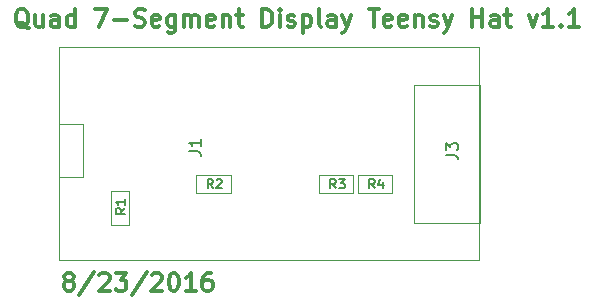
<source format=gbr>
G04 #@! TF.FileFunction,Other,Fab,Top*
%FSLAX46Y46*%
G04 Gerber Fmt 4.6, Leading zero omitted, Abs format (unit mm)*
G04 Created by KiCad (PCBNEW 4.0.3+e1-6302~38~ubuntu14.04.1-stable) date Mon Aug 29 18:07:44 2016*
%MOMM*%
%LPD*%
G01*
G04 APERTURE LIST*
%ADD10C,0.100000*%
%ADD11C,0.300000*%
%ADD12C,0.050000*%
%ADD13C,0.150000*%
G04 APERTURE END LIST*
D10*
D11*
X118460002Y-94055429D02*
X118317144Y-93984000D01*
X118245716Y-93912571D01*
X118174287Y-93769714D01*
X118174287Y-93698286D01*
X118245716Y-93555429D01*
X118317144Y-93484000D01*
X118460002Y-93412571D01*
X118745716Y-93412571D01*
X118888573Y-93484000D01*
X118960002Y-93555429D01*
X119031430Y-93698286D01*
X119031430Y-93769714D01*
X118960002Y-93912571D01*
X118888573Y-93984000D01*
X118745716Y-94055429D01*
X118460002Y-94055429D01*
X118317144Y-94126857D01*
X118245716Y-94198286D01*
X118174287Y-94341143D01*
X118174287Y-94626857D01*
X118245716Y-94769714D01*
X118317144Y-94841143D01*
X118460002Y-94912571D01*
X118745716Y-94912571D01*
X118888573Y-94841143D01*
X118960002Y-94769714D01*
X119031430Y-94626857D01*
X119031430Y-94341143D01*
X118960002Y-94198286D01*
X118888573Y-94126857D01*
X118745716Y-94055429D01*
X120745715Y-93341143D02*
X119460001Y-95269714D01*
X121174287Y-93555429D02*
X121245716Y-93484000D01*
X121388573Y-93412571D01*
X121745716Y-93412571D01*
X121888573Y-93484000D01*
X121960002Y-93555429D01*
X122031430Y-93698286D01*
X122031430Y-93841143D01*
X121960002Y-94055429D01*
X121102859Y-94912571D01*
X122031430Y-94912571D01*
X122531430Y-93412571D02*
X123460001Y-93412571D01*
X122960001Y-93984000D01*
X123174287Y-93984000D01*
X123317144Y-94055429D01*
X123388573Y-94126857D01*
X123460001Y-94269714D01*
X123460001Y-94626857D01*
X123388573Y-94769714D01*
X123317144Y-94841143D01*
X123174287Y-94912571D01*
X122745715Y-94912571D01*
X122602858Y-94841143D01*
X122531430Y-94769714D01*
X125174286Y-93341143D02*
X123888572Y-95269714D01*
X125602858Y-93555429D02*
X125674287Y-93484000D01*
X125817144Y-93412571D01*
X126174287Y-93412571D01*
X126317144Y-93484000D01*
X126388573Y-93555429D01*
X126460001Y-93698286D01*
X126460001Y-93841143D01*
X126388573Y-94055429D01*
X125531430Y-94912571D01*
X126460001Y-94912571D01*
X127388572Y-93412571D02*
X127531429Y-93412571D01*
X127674286Y-93484000D01*
X127745715Y-93555429D01*
X127817144Y-93698286D01*
X127888572Y-93984000D01*
X127888572Y-94341143D01*
X127817144Y-94626857D01*
X127745715Y-94769714D01*
X127674286Y-94841143D01*
X127531429Y-94912571D01*
X127388572Y-94912571D01*
X127245715Y-94841143D01*
X127174286Y-94769714D01*
X127102858Y-94626857D01*
X127031429Y-94341143D01*
X127031429Y-93984000D01*
X127102858Y-93698286D01*
X127174286Y-93555429D01*
X127245715Y-93484000D01*
X127388572Y-93412571D01*
X129317143Y-94912571D02*
X128460000Y-94912571D01*
X128888572Y-94912571D02*
X128888572Y-93412571D01*
X128745715Y-93626857D01*
X128602857Y-93769714D01*
X128460000Y-93841143D01*
X130602857Y-93412571D02*
X130317143Y-93412571D01*
X130174286Y-93484000D01*
X130102857Y-93555429D01*
X129960000Y-93769714D01*
X129888571Y-94055429D01*
X129888571Y-94626857D01*
X129960000Y-94769714D01*
X130031428Y-94841143D01*
X130174286Y-94912571D01*
X130460000Y-94912571D01*
X130602857Y-94841143D01*
X130674286Y-94769714D01*
X130745714Y-94626857D01*
X130745714Y-94269714D01*
X130674286Y-94126857D01*
X130602857Y-94055429D01*
X130460000Y-93984000D01*
X130174286Y-93984000D01*
X130031428Y-94055429D01*
X129960000Y-94126857D01*
X129888571Y-94269714D01*
X115172001Y-72703429D02*
X115029144Y-72632000D01*
X114886287Y-72489143D01*
X114672001Y-72274857D01*
X114529144Y-72203429D01*
X114386287Y-72203429D01*
X114457715Y-72560571D02*
X114314858Y-72489143D01*
X114172001Y-72346286D01*
X114100572Y-72060571D01*
X114100572Y-71560571D01*
X114172001Y-71274857D01*
X114314858Y-71132000D01*
X114457715Y-71060571D01*
X114743429Y-71060571D01*
X114886287Y-71132000D01*
X115029144Y-71274857D01*
X115100572Y-71560571D01*
X115100572Y-72060571D01*
X115029144Y-72346286D01*
X114886287Y-72489143D01*
X114743429Y-72560571D01*
X114457715Y-72560571D01*
X116386287Y-71560571D02*
X116386287Y-72560571D01*
X115743430Y-71560571D02*
X115743430Y-72346286D01*
X115814858Y-72489143D01*
X115957716Y-72560571D01*
X116172001Y-72560571D01*
X116314858Y-72489143D01*
X116386287Y-72417714D01*
X117743430Y-72560571D02*
X117743430Y-71774857D01*
X117672001Y-71632000D01*
X117529144Y-71560571D01*
X117243430Y-71560571D01*
X117100573Y-71632000D01*
X117743430Y-72489143D02*
X117600573Y-72560571D01*
X117243430Y-72560571D01*
X117100573Y-72489143D01*
X117029144Y-72346286D01*
X117029144Y-72203429D01*
X117100573Y-72060571D01*
X117243430Y-71989143D01*
X117600573Y-71989143D01*
X117743430Y-71917714D01*
X119100573Y-72560571D02*
X119100573Y-71060571D01*
X119100573Y-72489143D02*
X118957716Y-72560571D01*
X118672002Y-72560571D01*
X118529144Y-72489143D01*
X118457716Y-72417714D01*
X118386287Y-72274857D01*
X118386287Y-71846286D01*
X118457716Y-71703429D01*
X118529144Y-71632000D01*
X118672002Y-71560571D01*
X118957716Y-71560571D01*
X119100573Y-71632000D01*
X120814859Y-71060571D02*
X121814859Y-71060571D01*
X121172002Y-72560571D01*
X122386287Y-71989143D02*
X123529144Y-71989143D01*
X124172001Y-72489143D02*
X124386287Y-72560571D01*
X124743430Y-72560571D01*
X124886287Y-72489143D01*
X124957716Y-72417714D01*
X125029144Y-72274857D01*
X125029144Y-72132000D01*
X124957716Y-71989143D01*
X124886287Y-71917714D01*
X124743430Y-71846286D01*
X124457716Y-71774857D01*
X124314858Y-71703429D01*
X124243430Y-71632000D01*
X124172001Y-71489143D01*
X124172001Y-71346286D01*
X124243430Y-71203429D01*
X124314858Y-71132000D01*
X124457716Y-71060571D01*
X124814858Y-71060571D01*
X125029144Y-71132000D01*
X126243429Y-72489143D02*
X126100572Y-72560571D01*
X125814858Y-72560571D01*
X125672001Y-72489143D01*
X125600572Y-72346286D01*
X125600572Y-71774857D01*
X125672001Y-71632000D01*
X125814858Y-71560571D01*
X126100572Y-71560571D01*
X126243429Y-71632000D01*
X126314858Y-71774857D01*
X126314858Y-71917714D01*
X125600572Y-72060571D01*
X127600572Y-71560571D02*
X127600572Y-72774857D01*
X127529143Y-72917714D01*
X127457715Y-72989143D01*
X127314858Y-73060571D01*
X127100572Y-73060571D01*
X126957715Y-72989143D01*
X127600572Y-72489143D02*
X127457715Y-72560571D01*
X127172001Y-72560571D01*
X127029143Y-72489143D01*
X126957715Y-72417714D01*
X126886286Y-72274857D01*
X126886286Y-71846286D01*
X126957715Y-71703429D01*
X127029143Y-71632000D01*
X127172001Y-71560571D01*
X127457715Y-71560571D01*
X127600572Y-71632000D01*
X128314858Y-72560571D02*
X128314858Y-71560571D01*
X128314858Y-71703429D02*
X128386286Y-71632000D01*
X128529144Y-71560571D01*
X128743429Y-71560571D01*
X128886286Y-71632000D01*
X128957715Y-71774857D01*
X128957715Y-72560571D01*
X128957715Y-71774857D02*
X129029144Y-71632000D01*
X129172001Y-71560571D01*
X129386286Y-71560571D01*
X129529144Y-71632000D01*
X129600572Y-71774857D01*
X129600572Y-72560571D01*
X130886286Y-72489143D02*
X130743429Y-72560571D01*
X130457715Y-72560571D01*
X130314858Y-72489143D01*
X130243429Y-72346286D01*
X130243429Y-71774857D01*
X130314858Y-71632000D01*
X130457715Y-71560571D01*
X130743429Y-71560571D01*
X130886286Y-71632000D01*
X130957715Y-71774857D01*
X130957715Y-71917714D01*
X130243429Y-72060571D01*
X131600572Y-71560571D02*
X131600572Y-72560571D01*
X131600572Y-71703429D02*
X131672000Y-71632000D01*
X131814858Y-71560571D01*
X132029143Y-71560571D01*
X132172000Y-71632000D01*
X132243429Y-71774857D01*
X132243429Y-72560571D01*
X132743429Y-71560571D02*
X133314858Y-71560571D01*
X132957715Y-71060571D02*
X132957715Y-72346286D01*
X133029143Y-72489143D01*
X133172001Y-72560571D01*
X133314858Y-72560571D01*
X134957715Y-72560571D02*
X134957715Y-71060571D01*
X135314858Y-71060571D01*
X135529143Y-71132000D01*
X135672001Y-71274857D01*
X135743429Y-71417714D01*
X135814858Y-71703429D01*
X135814858Y-71917714D01*
X135743429Y-72203429D01*
X135672001Y-72346286D01*
X135529143Y-72489143D01*
X135314858Y-72560571D01*
X134957715Y-72560571D01*
X136457715Y-72560571D02*
X136457715Y-71560571D01*
X136457715Y-71060571D02*
X136386286Y-71132000D01*
X136457715Y-71203429D01*
X136529143Y-71132000D01*
X136457715Y-71060571D01*
X136457715Y-71203429D01*
X137100572Y-72489143D02*
X137243429Y-72560571D01*
X137529144Y-72560571D01*
X137672001Y-72489143D01*
X137743429Y-72346286D01*
X137743429Y-72274857D01*
X137672001Y-72132000D01*
X137529144Y-72060571D01*
X137314858Y-72060571D01*
X137172001Y-71989143D01*
X137100572Y-71846286D01*
X137100572Y-71774857D01*
X137172001Y-71632000D01*
X137314858Y-71560571D01*
X137529144Y-71560571D01*
X137672001Y-71632000D01*
X138386287Y-71560571D02*
X138386287Y-73060571D01*
X138386287Y-71632000D02*
X138529144Y-71560571D01*
X138814858Y-71560571D01*
X138957715Y-71632000D01*
X139029144Y-71703429D01*
X139100573Y-71846286D01*
X139100573Y-72274857D01*
X139029144Y-72417714D01*
X138957715Y-72489143D01*
X138814858Y-72560571D01*
X138529144Y-72560571D01*
X138386287Y-72489143D01*
X139957716Y-72560571D02*
X139814858Y-72489143D01*
X139743430Y-72346286D01*
X139743430Y-71060571D01*
X141172001Y-72560571D02*
X141172001Y-71774857D01*
X141100572Y-71632000D01*
X140957715Y-71560571D01*
X140672001Y-71560571D01*
X140529144Y-71632000D01*
X141172001Y-72489143D02*
X141029144Y-72560571D01*
X140672001Y-72560571D01*
X140529144Y-72489143D01*
X140457715Y-72346286D01*
X140457715Y-72203429D01*
X140529144Y-72060571D01*
X140672001Y-71989143D01*
X141029144Y-71989143D01*
X141172001Y-71917714D01*
X141743430Y-71560571D02*
X142100573Y-72560571D01*
X142457715Y-71560571D02*
X142100573Y-72560571D01*
X141957715Y-72917714D01*
X141886287Y-72989143D01*
X141743430Y-73060571D01*
X143957715Y-71060571D02*
X144814858Y-71060571D01*
X144386287Y-72560571D02*
X144386287Y-71060571D01*
X145886286Y-72489143D02*
X145743429Y-72560571D01*
X145457715Y-72560571D01*
X145314858Y-72489143D01*
X145243429Y-72346286D01*
X145243429Y-71774857D01*
X145314858Y-71632000D01*
X145457715Y-71560571D01*
X145743429Y-71560571D01*
X145886286Y-71632000D01*
X145957715Y-71774857D01*
X145957715Y-71917714D01*
X145243429Y-72060571D01*
X147172000Y-72489143D02*
X147029143Y-72560571D01*
X146743429Y-72560571D01*
X146600572Y-72489143D01*
X146529143Y-72346286D01*
X146529143Y-71774857D01*
X146600572Y-71632000D01*
X146743429Y-71560571D01*
X147029143Y-71560571D01*
X147172000Y-71632000D01*
X147243429Y-71774857D01*
X147243429Y-71917714D01*
X146529143Y-72060571D01*
X147886286Y-71560571D02*
X147886286Y-72560571D01*
X147886286Y-71703429D02*
X147957714Y-71632000D01*
X148100572Y-71560571D01*
X148314857Y-71560571D01*
X148457714Y-71632000D01*
X148529143Y-71774857D01*
X148529143Y-72560571D01*
X149172000Y-72489143D02*
X149314857Y-72560571D01*
X149600572Y-72560571D01*
X149743429Y-72489143D01*
X149814857Y-72346286D01*
X149814857Y-72274857D01*
X149743429Y-72132000D01*
X149600572Y-72060571D01*
X149386286Y-72060571D01*
X149243429Y-71989143D01*
X149172000Y-71846286D01*
X149172000Y-71774857D01*
X149243429Y-71632000D01*
X149386286Y-71560571D01*
X149600572Y-71560571D01*
X149743429Y-71632000D01*
X150314858Y-71560571D02*
X150672001Y-72560571D01*
X151029143Y-71560571D02*
X150672001Y-72560571D01*
X150529143Y-72917714D01*
X150457715Y-72989143D01*
X150314858Y-73060571D01*
X152743429Y-72560571D02*
X152743429Y-71060571D01*
X152743429Y-71774857D02*
X153600572Y-71774857D01*
X153600572Y-72560571D02*
X153600572Y-71060571D01*
X154957715Y-72560571D02*
X154957715Y-71774857D01*
X154886286Y-71632000D01*
X154743429Y-71560571D01*
X154457715Y-71560571D01*
X154314858Y-71632000D01*
X154957715Y-72489143D02*
X154814858Y-72560571D01*
X154457715Y-72560571D01*
X154314858Y-72489143D01*
X154243429Y-72346286D01*
X154243429Y-72203429D01*
X154314858Y-72060571D01*
X154457715Y-71989143D01*
X154814858Y-71989143D01*
X154957715Y-71917714D01*
X155457715Y-71560571D02*
X156029144Y-71560571D01*
X155672001Y-71060571D02*
X155672001Y-72346286D01*
X155743429Y-72489143D01*
X155886287Y-72560571D01*
X156029144Y-72560571D01*
X157529144Y-71560571D02*
X157886287Y-72560571D01*
X158243429Y-71560571D01*
X159600572Y-72560571D02*
X158743429Y-72560571D01*
X159172001Y-72560571D02*
X159172001Y-71060571D01*
X159029144Y-71274857D01*
X158886286Y-71417714D01*
X158743429Y-71489143D01*
X160243429Y-72417714D02*
X160314857Y-72489143D01*
X160243429Y-72560571D01*
X160172000Y-72489143D01*
X160243429Y-72417714D01*
X160243429Y-72560571D01*
X161743429Y-72560571D02*
X160886286Y-72560571D01*
X161314858Y-72560571D02*
X161314858Y-71060571D01*
X161172001Y-71274857D01*
X161029143Y-71417714D01*
X160886286Y-71489143D01*
D12*
X119786000Y-80772000D02*
X117786000Y-80772000D01*
X119786000Y-85272000D02*
X119786000Y-80772000D01*
X117786000Y-85272000D02*
X119786000Y-85272000D01*
X153286000Y-92272000D02*
X153286000Y-74272000D01*
X117786000Y-92272000D02*
X153286000Y-92272000D01*
X117786000Y-74272000D02*
X117786000Y-92272000D01*
X153286000Y-74272000D02*
X117786000Y-74272000D01*
X153396000Y-89179400D02*
X153396000Y-77495400D01*
X147833400Y-89179400D02*
X153396000Y-89179400D01*
X147833400Y-77495400D02*
X153396000Y-77495400D01*
X147833400Y-89179400D02*
X147833400Y-77495400D01*
X122186000Y-89346000D02*
X122186000Y-86446000D01*
X122186000Y-89346000D02*
X123686000Y-89346000D01*
X122186000Y-86446000D02*
X123686000Y-86446000D01*
X123686000Y-89346000D02*
X123686000Y-86446000D01*
X129372000Y-85102000D02*
X132272000Y-85102000D01*
X129372000Y-85102000D02*
X129372000Y-86602000D01*
X132272000Y-85102000D02*
X132272000Y-86602000D01*
X129372000Y-86602000D02*
X132272000Y-86602000D01*
X139762000Y-85102000D02*
X142662000Y-85102000D01*
X139762000Y-85102000D02*
X139762000Y-86602000D01*
X142662000Y-85102000D02*
X142662000Y-86602000D01*
X139762000Y-86602000D02*
X142662000Y-86602000D01*
X143064000Y-85102000D02*
X145964000Y-85102000D01*
X143064000Y-85102000D02*
X143064000Y-86602000D01*
X145964000Y-85102000D02*
X145964000Y-86602000D01*
X143064000Y-86602000D02*
X145964000Y-86602000D01*
D13*
X128738381Y-83105333D02*
X129452667Y-83105333D01*
X129595524Y-83152953D01*
X129690762Y-83248191D01*
X129738381Y-83391048D01*
X129738381Y-83486286D01*
X129738381Y-82105333D02*
X129738381Y-82676762D01*
X129738381Y-82391048D02*
X128738381Y-82391048D01*
X128881238Y-82486286D01*
X128976476Y-82581524D01*
X129024095Y-82676762D01*
X150510381Y-83416733D02*
X151224667Y-83416733D01*
X151367524Y-83464353D01*
X151462762Y-83559591D01*
X151510381Y-83702448D01*
X151510381Y-83797686D01*
X150510381Y-83035781D02*
X150510381Y-82416733D01*
X150891333Y-82750067D01*
X150891333Y-82607209D01*
X150938952Y-82511971D01*
X150986571Y-82464352D01*
X151081810Y-82416733D01*
X151319905Y-82416733D01*
X151415143Y-82464352D01*
X151462762Y-82511971D01*
X151510381Y-82607209D01*
X151510381Y-82892924D01*
X151462762Y-82988162D01*
X151415143Y-83035781D01*
X123337905Y-87939333D02*
X122956952Y-88206000D01*
X123337905Y-88396476D02*
X122537905Y-88396476D01*
X122537905Y-88091714D01*
X122576000Y-88015523D01*
X122614095Y-87977428D01*
X122690286Y-87939333D01*
X122804571Y-87939333D01*
X122880762Y-87977428D01*
X122918857Y-88015523D01*
X122956952Y-88091714D01*
X122956952Y-88396476D01*
X123337905Y-87177428D02*
X123337905Y-87634571D01*
X123337905Y-87406000D02*
X122537905Y-87406000D01*
X122652190Y-87482190D01*
X122728381Y-87558381D01*
X122766476Y-87634571D01*
X130778667Y-86253905D02*
X130512000Y-85872952D01*
X130321524Y-86253905D02*
X130321524Y-85453905D01*
X130626286Y-85453905D01*
X130702477Y-85492000D01*
X130740572Y-85530095D01*
X130778667Y-85606286D01*
X130778667Y-85720571D01*
X130740572Y-85796762D01*
X130702477Y-85834857D01*
X130626286Y-85872952D01*
X130321524Y-85872952D01*
X131083429Y-85530095D02*
X131121524Y-85492000D01*
X131197715Y-85453905D01*
X131388191Y-85453905D01*
X131464381Y-85492000D01*
X131502477Y-85530095D01*
X131540572Y-85606286D01*
X131540572Y-85682476D01*
X131502477Y-85796762D01*
X131045334Y-86253905D01*
X131540572Y-86253905D01*
X141168667Y-86253905D02*
X140902000Y-85872952D01*
X140711524Y-86253905D02*
X140711524Y-85453905D01*
X141016286Y-85453905D01*
X141092477Y-85492000D01*
X141130572Y-85530095D01*
X141168667Y-85606286D01*
X141168667Y-85720571D01*
X141130572Y-85796762D01*
X141092477Y-85834857D01*
X141016286Y-85872952D01*
X140711524Y-85872952D01*
X141435334Y-85453905D02*
X141930572Y-85453905D01*
X141663905Y-85758667D01*
X141778191Y-85758667D01*
X141854381Y-85796762D01*
X141892477Y-85834857D01*
X141930572Y-85911048D01*
X141930572Y-86101524D01*
X141892477Y-86177714D01*
X141854381Y-86215810D01*
X141778191Y-86253905D01*
X141549619Y-86253905D01*
X141473429Y-86215810D01*
X141435334Y-86177714D01*
X144470667Y-86253905D02*
X144204000Y-85872952D01*
X144013524Y-86253905D02*
X144013524Y-85453905D01*
X144318286Y-85453905D01*
X144394477Y-85492000D01*
X144432572Y-85530095D01*
X144470667Y-85606286D01*
X144470667Y-85720571D01*
X144432572Y-85796762D01*
X144394477Y-85834857D01*
X144318286Y-85872952D01*
X144013524Y-85872952D01*
X145156381Y-85720571D02*
X145156381Y-86253905D01*
X144965905Y-85415810D02*
X144775429Y-85987238D01*
X145270667Y-85987238D01*
M02*

</source>
